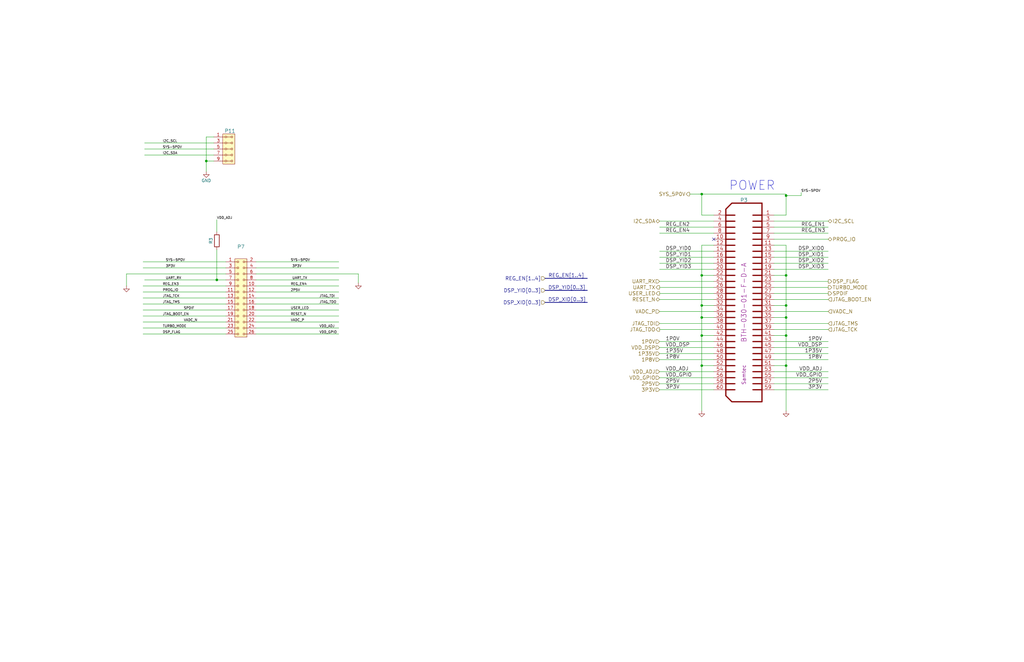
<source format=kicad_sch>
(kicad_sch (version 20211123) (generator eeschema)
  (paper "B")
  (title_block (title "MPPB01B") (date "2022-03-24") (company "MLAB.cz") (comment 1 "VERSION 1") (comment 2 "Paralella MLAB interface board") (comment 3 "Maksim Rezenov, Jakub Kakona"))
  (lib_symbols
    (symbol "MLAB_CONNECTORS:CONN_SAMTEC_BTH_030" (pin_names (offset 0.0254) hide)
      (property "Reference" "P3" (at 0 43.18 0))
      (property "Value" "CONN_SAMTEC_BTH_030" (at -2.54 0 90))
      (property "MFRPN" "BTH-030-01-F-D-A" (at 0 0 90))
      (property "Manufacturer" "Samtec" (at 0 -30.48 90))
      (symbol "CONN_SAMTEC_BTH_030_0_1"
        (polyline (pts (xy -3.81 -36.83) (xy -7.62 -36.83)) (stroke (width 0.508)))
        (polyline (pts (xy -3.81 -34.29) (xy -7.62 -34.29)) (stroke (width 0.508)))
        (polyline (pts (xy -3.81 -31.75) (xy -7.62 -31.75)) (stroke (width 0.508)))
        (polyline (pts (xy -3.81 -29.21) (xy -7.62 -29.21)) (stroke (width 0.508)))
        (polyline (pts (xy -3.81 -26.67) (xy -7.62 -26.67)) (stroke (width 0.508)))
        (polyline (pts (xy -3.81 -24.13) (xy -7.62 -24.13)) (stroke (width 0.508)))
        (polyline (pts (xy -3.81 -21.59) (xy -7.62 -21.59)) (stroke (width 0.508)))
        (polyline (pts (xy -3.81 -19.05) (xy -7.62 -19.05)) (stroke (width 0.508)))
        (polyline (pts (xy -3.81 -16.51) (xy -7.62 -16.51)) (stroke (width 0.508)))
        (polyline (pts (xy -3.81 -13.97) (xy -7.62 -13.97)) (stroke (width 0.508)))
        (polyline (pts (xy -3.81 -11.43) (xy -7.62 -11.43)) (stroke (width 0.508)))
        (polyline (pts (xy -3.81 -8.89) (xy -7.62 -8.89)) (stroke (width 0.508)))
        (polyline (pts (xy -3.81 -6.35) (xy -7.62 -6.35)) (stroke (width 0.508)))
        (polyline (pts (xy -3.81 -3.81) (xy -7.62 -3.81)) (stroke (width 0.508)))
        (polyline (pts (xy -3.81 -1.27) (xy -7.62 -1.27)) (stroke (width 0.508)))
        (polyline (pts (xy -3.81 1.27) (xy -7.62 1.27)) (stroke (width 0.508)))
        (polyline (pts (xy -3.81 3.81) (xy -7.62 3.81)) (stroke (width 0.508)))
        (polyline (pts (xy -3.81 6.35) (xy -7.62 6.35)) (stroke (width 0.508)))
        (polyline (pts (xy -3.81 8.89) (xy -7.62 8.89)) (stroke (width 0.508)))
        (polyline (pts (xy -3.81 11.43) (xy -7.62 11.43)) (stroke (width 0.508)))
        (polyline (pts (xy -3.81 13.97) (xy -7.62 13.97)) (stroke (width 0.508)))
        (polyline (pts (xy -3.81 16.51) (xy -7.62 16.51)) (stroke (width 0.508)))
        (polyline (pts (xy -3.81 19.05) (xy -7.62 19.05)) (stroke (width 0.508)))
        (polyline (pts (xy -3.81 21.59) (xy -7.62 21.59)) (stroke (width 0.508)))
        (polyline (pts (xy -3.81 24.13) (xy -7.62 24.13)) (stroke (width 0.508)))
        (polyline (pts (xy -3.81 26.67) (xy -7.62 26.67)) (stroke (width 0.508)))
        (polyline (pts (xy -3.81 29.21) (xy -7.62 29.21)) (stroke (width 0.508)))
        (polyline (pts (xy -3.81 31.75) (xy -7.62 31.75)) (stroke (width 0.508)))
        (polyline (pts (xy -3.81 34.29) (xy -7.62 34.29)) (stroke (width 0.508)))
        (polyline (pts (xy -3.81 36.83) (xy -7.62 36.83)) (stroke (width 0.508)))
        (polyline (pts (xy 7.62 -36.83) (xy 3.81 -36.83)) (stroke (width 0.508)))
        (polyline (pts (xy 7.62 -34.29) (xy 3.81 -34.29)) (stroke (width 0.508)))
        (polyline (pts (xy 7.62 -31.75) (xy 3.81 -31.75)) (stroke (width 0.508)))
        (polyline (pts (xy 7.62 -29.21) (xy 3.81 -29.21)) (stroke (width 0.508)))
        (polyline (pts (xy 7.62 -26.67) (xy 3.81 -26.67)) (stroke (width 0.508)))
        (polyline (pts (xy 7.62 -24.13) (xy 3.81 -24.13)) (stroke (width 0.508)))
        (polyline (pts (xy 7.62 -21.59) (xy 3.81 -21.59)) (stroke (width 0.508)))
        (polyline (pts (xy 7.62 -19.05) (xy 3.81 -19.05)) (stroke (width 0.508)))
        (polyline (pts (xy 7.62 -16.51) (xy 3.81 -16.51)) (stroke (width 0.508)))
        (polyline (pts (xy 7.62 -13.97) (xy 3.81 -13.97)) (stroke (width 0.508)))
        (polyline (pts (xy 7.62 -11.43) (xy 3.81 -11.43)) (stroke (width 0.508)))
        (polyline (pts (xy 7.62 -8.89) (xy 3.81 -8.89)) (stroke (width 0.508)))
        (polyline (pts (xy 7.62 -6.35) (xy 3.81 -6.35)) (stroke (width 0.508)))
        (polyline (pts (xy 7.62 -3.81) (xy 3.81 -3.81)) (stroke (width 0.508)))
        (polyline (pts (xy 7.62 -1.27) (xy 3.81 -1.27)) (stroke (width 0.508)))
        (polyline (pts (xy 7.62 1.27) (xy 3.81 1.27)) (stroke (width 0.508)))
        (polyline (pts (xy 7.62 3.81) (xy 3.81 3.81)) (stroke (width 0.508)))
        (polyline (pts (xy 7.62 6.35) (xy 3.81 6.35)) (stroke (width 0.508)))
        (polyline (pts (xy 7.62 8.89) (xy 3.81 8.89)) (stroke (width 0.508)))
        (polyline (pts (xy 7.62 11.43) (xy 3.81 11.43)) (stroke (width 0.508)))
        (polyline (pts (xy 7.62 13.97) (xy 3.81 13.97)) (stroke (width 0.508)))
        (polyline (pts (xy 7.62 16.51) (xy 3.81 16.51)) (stroke (width 0.508)))
        (polyline (pts (xy 7.62 19.05) (xy 3.81 19.05)) (stroke (width 0.508)))
        (polyline (pts (xy 7.62 21.59) (xy 3.81 21.59)) (stroke (width 0.508)))
        (polyline (pts (xy 7.62 24.13) (xy 3.81 24.13)) (stroke (width 0.508)))
        (polyline (pts (xy 7.62 26.67) (xy 3.81 26.67)) (stroke (width 0.508)))
        (polyline (pts (xy 7.62 29.21) (xy 3.81 29.21)) (stroke (width 0.508)))
        (polyline (pts (xy 7.62 31.75) (xy 3.81 31.75)) (stroke (width 0.508)))
        (polyline (pts (xy 7.62 34.29) (xy 3.81 34.29)) (stroke (width 0.508)))
        (polyline (pts (xy 7.62 36.83) (xy 3.81 36.83)) (stroke (width 0.508)))
        (polyline (pts (xy 7.62 41.91) (xy -5.08 41.91) (xy -7.62 39.37) (xy -7.62 -39.37) (xy -5.08 -41.91) (xy 7.62 -41.91) (xy 7.62 41.91)) (stroke (width 0.508)))
      )
      (symbol "CONN_SAMTEC_BTH_030_1_1"
        (pin passive line (at 12.7 36.83 180) (length 5.08) (name "P1") (number "1"))
        (pin passive line (at -12.7 26.67 0) (length 5.08) (name "P10") (number "10"))
        (pin passive line (at 12.7 24.13 180) (length 5.08) (name "P11") (number "11"))
        (pin passive line (at -12.7 24.13 0) (length 5.08) (name "P12") (number "12"))
        (pin passive line (at 12.7 21.59 180) (length 5.08) (name "P13") (number "13"))
        (pin passive line (at -12.7 21.59 0) (length 5.08) (name "P14") (number "14"))
        (pin passive line (at 12.7 19.05 180) (length 5.08) (name "P15") (number "15"))
        (pin passive line (at -12.7 19.05 0) (length 5.08) (name "P16") (number "16"))
        (pin passive line (at 12.7 16.51 180) (length 5.08) (name "P17") (number "17"))
        (pin passive line (at -12.7 16.51 0) (length 5.08) (name "P18") (number "18"))
        (pin passive line (at 12.7 13.97 180) (length 5.08) (name "P19") (number "19"))
        (pin passive line (at -12.7 36.83 0) (length 5.08) (name "P2") (number "2"))
        (pin passive line (at -12.7 13.97 0) (length 5.08) (name "P20") (number "20"))
        (pin passive line (at 12.7 11.43 180) (length 5.08) (name "P21") (number "21"))
        (pin passive line (at -12.7 11.43 0) (length 5.08) (name "P22") (number "22"))
        (pin passive line (at 12.7 8.89 180) (length 5.08) (name "P23") (number "23"))
        (pin passive line (at -12.7 8.89 0) (length 5.08) (name "P24") (number "24"))
        (pin passive line (at 12.7 6.35 180) (length 5.08) (name "P25") (number "25"))
        (pin passive line (at -12.7 6.35 0) (length 5.08) (name "P26") (number "26"))
        (pin passive line (at 12.7 3.81 180) (length 5.08) (name "P27") (number "27"))
        (pin passive line (at -12.7 3.81 0) (length 5.08) (name "P28") (number "28"))
        (pin passive line (at 12.7 1.27 180) (length 5.08) (name "P29") (number "29"))
        (pin passive line (at 12.7 34.29 180) (length 5.08) (name "P3") (number "3"))
        (pin passive line (at -12.7 1.27 0) (length 5.08) (name "P30") (number "30"))
        (pin passive line (at 12.7 -1.27 180) (length 5.08) (name "P31") (number "31"))
        (pin passive line (at -12.7 -1.27 0) (length 5.08) (name "P32") (number "32"))
        (pin passive line (at 12.7 -3.81 180) (length 5.08) (name "P33") (number "33"))
        (pin passive line (at -12.7 -3.81 0) (length 5.08) (name "P34") (number "34"))
        (pin passive line (at 12.7 -6.35 180) (length 5.08) (name "P35") (number "35"))
        (pin passive line (at -12.7 -6.35 0) (length 5.08) (name "P36") (number "36"))
        (pin passive line (at 12.7 -8.89 180) (length 5.08) (name "P37") (number "37"))
        (pin passive line (at -12.7 -8.89 0) (length 5.08) (name "P38") (number "38"))
        (pin passive line (at 12.7 -11.43 180) (length 5.08) (name "P39") (number "39"))
        (pin passive line (at -12.7 34.29 0) (length 5.08) (name "P4") (number "4"))
        (pin passive line (at -12.7 -11.43 0) (length 5.08) (name "P40") (number "40"))
        (pin passive line (at 12.7 -13.97 180) (length 5.08) (name "P41") (number "41"))
        (pin passive line (at -12.7 -13.97 0) (length 5.08) (name "P42") (number "42"))
        (pin passive line (at 12.7 -16.51 180) (length 5.08) (name "P43") (number "43"))
        (pin passive line (at -12.7 -16.51 0) (length 5.08) (name "P44") (number "44"))
        (pin passive line (at 12.7 -19.05 180) (length 5.08) (name "P45") (number "45"))
        (pin passive line (at -12.7 -19.05 0) (length 5.08) (name "P46") (number "46"))
        (pin passive line (at 12.7 -21.59 180) (length 5.08) (name "P47") (number "47"))
        (pin passive line (at -12.7 -21.59 0) (length 5.08) (name "P48") (number "48"))
        (pin passive line (at 12.7 -24.13 180) (length 5.08) (name "P49") (number "49"))
        (pin passive line (at 12.7 31.75 180) (length 5.08) (name "P5") (number "5"))
        (pin passive line (at -12.7 -24.13 0) (length 5.08) (name "P50") (number "50"))
        (pin passive line (at 12.7 -26.67 180) (length 5.08) (name "P51") (number "51"))
        (pin passive line (at -12.7 -26.67 0) (length 5.08) (name "P52") (number "52"))
        (pin passive line (at 12.7 -29.21 180) (length 5.08) (name "P53") (number "53"))
        (pin passive line (at -12.7 -29.21 0) (length 5.08) (name "P54") (number "54"))
        (pin passive line (at 12.7 -31.75 180) (length 5.08) (name "P55") (number "55"))
        (pin passive line (at -12.7 -31.75 0) (length 5.08) (name "P56") (number "56"))
        (pin passive line (at 12.7 -34.29 180) (length 5.08) (name "P57") (number "57"))
        (pin passive line (at -12.7 -34.29 0) (length 5.08) (name "P58") (number "58"))
        (pin passive line (at 12.7 -36.83 180) (length 5.08) (name "P59") (number "59"))
        (pin passive line (at -12.7 31.75 0) (length 5.08) (name "P6") (number "6"))
        (pin passive line (at -12.7 -36.83 0) (length 5.08) (name "P60") (number "60"))
        (pin passive line (at 12.7 29.21 180) (length 5.08) (name "P7") (number "7"))
        (pin passive line (at -12.7 29.21 0) (length 5.08) (name "P8") (number "8"))
        (pin passive line (at 12.7 26.67 180) (length 5.08) (name "P9") (number "9"))
      )
    )
    (symbol "MLAB_HEADER:HEADER_2x05_PARALLEL" (pin_names (offset 1.016))
      (property "Reference" "J" (at 0 -7.62 0))
      (property "Value" "HEADER_2x05_PARALLEL" (at 0 7.62 0))
      (symbol "HEADER_2x05_PARALLEL_0_1"
        (rectangle (start -2.54 6.35) (end 2.54 -6.35) (fill (type background)))
        (circle (center -1.27 -5.08) (radius 0.381))
        (circle (center -1.27 -2.54) (radius 0.381))
        (circle (center -1.27 0) (radius 0.381))
        (circle (center -1.27 2.54) (radius 0.381))
        (circle (center -1.27 5.08) (radius 0.381))
        (polyline (pts (xy -1.651 -5.08) (xy -2.54 -5.08)))
        (polyline (pts (xy -1.651 -2.54) (xy -2.54 -2.54)))
        (polyline (pts (xy -1.651 0) (xy -2.54 0)))
        (polyline (pts (xy -1.651 2.54) (xy -2.54 2.54)))
        (polyline (pts (xy -1.651 5.08) (xy -2.54 5.08)))
        (polyline (pts (xy -0.889 -5.08) (xy 0.889 -5.08)))
        (polyline (pts (xy -0.889 -2.54) (xy 0.889 -2.54)))
        (polyline (pts (xy -0.889 0) (xy 0.889 0)))
        (polyline (pts (xy -0.889 2.54) (xy 0.889 2.54)))
        (polyline (pts (xy -0.889 5.08) (xy 0.889 5.08)))
        (circle (center 1.27 -5.08) (radius 0.381))
        (circle (center 1.27 -2.54) (radius 0.381))
        (circle (center 1.27 0) (radius 0.381))
        (circle (center 1.27 2.54) (radius 0.381))
        (circle (center 1.27 5.08) (radius 0.381))
      )
      (symbol "HEADER_2x05_PARALLEL_1_1"
        (pin input line (at -6.35 5.08 0) (length 3.81) (name "~") (number "1"))
        (pin input line (at -6.35 -5.08 0) (length 3.81) hide (name "~") (number "10"))
        (pin input line (at -6.35 5.08 0) (length 3.81) hide (name "~") (number "2"))
        (pin input line (at -6.35 2.54 0) (length 3.81) (name "~") (number "3"))
        (pin input line (at -6.35 2.54 0) (length 3.81) hide (name "~") (number "4"))
        (pin input line (at -6.35 0 0) (length 3.81) (name "~") (number "5"))
        (pin input line (at -6.35 0 0) (length 3.81) hide (name "~") (number "6"))
        (pin input line (at -6.35 -2.54 0) (length 3.81) (name "~") (number "7"))
        (pin input line (at -6.35 -2.54 0) (length 3.81) hide (name "~") (number "8"))
        (pin input line (at -6.35 -5.08 0) (length 3.81) (name "~") (number "9"))
      )
    )
    (symbol "MLAB_HEADER:HEADER_2x13" (pin_names (offset 1.016))
      (property "Reference" "J" (at 0 -17.78 0))
      (property "Value" "HEADER_2x13" (at 0 17.78 0))
      (symbol "HEADER_2x13_0_1"
        (rectangle (start -2.54 16.51) (end 2.54 -16.51) (fill (type background)))
        (circle (center -1.27 -15.24) (radius 0.381))
        (circle (center -1.27 -12.7) (radius 0.381))
        (circle (center -1.27 -10.16) (radius 0.381))
        (circle (center -1.27 -7.62) (radius 0.381))
        (circle (center -1.27 -5.08) (radius 0.381))
        (circle (center -1.27 -2.54) (radius 0.381))
        (circle (center -1.27 0) (radius 0.381))
        (circle (center -1.27 2.54) (radius 0.381))
        (circle (center -1.27 5.08) (radius 0.381))
        (circle (center -1.27 7.62) (radius 0.381))
        (circle (center -1.27 10.16) (radius 0.381))
        (circle (center -1.27 12.7) (radius 0.381))
        (circle (center -1.27 15.24) (radius 0.381))
        (polyline (pts (xy -1.651 -15.24) (xy -2.54 -15.24)))
        (polyline (pts (xy -1.651 -12.7) (xy -2.54 -12.7)))
        (polyline (pts (xy -1.651 -10.16) (xy -2.54 -10.16)))
        (polyline (pts (xy -1.651 -7.62) (xy -2.54 -7.62)))
        (polyline (pts (xy -1.651 -5.08) (xy -2.54 -5.08)))
        (polyline (pts (xy -1.651 -2.54) (xy -2.54 -2.54)))
        (polyline (pts (xy -1.651 0) (xy -2.54 0)))
        (polyline (pts (xy -1.651 2.54) (xy -2.54 2.54)))
        (polyline (pts (xy -1.651 5.08) (xy -2.54 5.08)))
        (polyline (pts (xy -1.651 7.62) (xy -2.54 7.62)))
        (polyline (pts (xy -1.651 10.16) (xy -2.54 10.16)))
        (polyline (pts (xy -1.651 12.7) (xy -2.54 12.7)))
        (polyline (pts (xy -1.651 15.24) (xy -2.54 15.24)))
        (polyline (pts (xy 1.651 -15.24) (xy 2.54 -15.24)))
        (polyline (pts (xy 1.651 -12.7) (xy 2.54 -12.7)))
        (polyline (pts (xy 1.651 -10.16) (xy 2.54 -10.16)))
        (polyline (pts (xy 1.651 -7.62) (xy 2.54 -7.62)))
        (polyline (pts (xy 1.651 -5.08) (xy 2.54 -5.08)))
        (polyline (pts (xy 1.651 -2.54) (xy 2.54 -2.54)))
        (polyline (pts (xy 1.651 0) (xy 2.54 0)))
        (polyline (pts (xy 1.651 2.54) (xy 2.54 2.54)))
        (polyline (pts (xy 1.651 5.08) (xy 2.54 5.08)))
        (polyline (pts (xy 1.651 7.62) (xy 2.54 7.62)))
        (polyline (pts (xy 1.651 10.16) (xy 2.54 10.16)))
        (polyline (pts (xy 1.651 12.7) (xy 2.54 12.7)))
        (polyline (pts (xy 1.651 15.24) (xy 2.54 15.24)))
        (circle (center 1.27 -15.24) (radius 0.381))
        (circle (center 1.27 -12.7) (radius 0.381))
        (circle (center 1.27 -10.16) (radius 0.381))
        (circle (center 1.27 -7.62) (radius 0.381))
        (circle (center 1.27 -5.08) (radius 0.381))
        (circle (center 1.27 -2.54) (radius 0.381))
        (circle (center 1.27 0) (radius 0.381))
        (circle (center 1.27 2.54) (radius 0.381))
        (circle (center 1.27 5.08) (radius 0.381))
        (circle (center 1.27 7.62) (radius 0.381))
        (circle (center 1.27 10.16) (radius 0.381))
        (circle (center 1.27 12.7) (radius 0.381))
        (circle (center 1.27 15.24) (radius 0.381))
      )
      (symbol "HEADER_2x13_1_1"
        (pin input line (at -6.35 15.24 0) (length 3.81) (name "~") (number "1"))
        (pin input line (at 6.35 5.08 180) (length 3.81) (name "~") (number "10"))
        (pin input line (at -6.35 2.54 0) (length 3.81) (name "~") (number "11"))
        (pin input line (at 6.35 2.54 180) (length 3.81) (name "~") (number "12"))
        (pin input line (at -6.35 0 0) (length 3.81) (name "~") (number "13"))
        (pin input line (at 6.35 0 180) (length 3.81) (name "~") (number "14"))
        (pin input line (at -6.35 -2.54 0) (length 3.81) (name "~") (number "15"))
        (pin input line (at 6.35 -2.54 180) (length 3.81) (name "~") (number "16"))
        (pin input line (at -6.35 -5.08 0) (length 3.81) (name "~") (number "17"))
        (pin input line (at 6.35 -5.08 180) (length 3.81) (name "~") (number "18"))
        (pin input line (at -6.35 -7.62 0) (length 3.81) (name "~") (number "19"))
        (pin input line (at 6.35 15.24 180) (length 3.81) (name "~") (number "2"))
        (pin input line (at 6.35 -7.62 180) (length 3.81) (name "~") (number "20"))
        (pin input line (at -6.35 -10.16 0) (length 3.81) (name "~") (number "21"))
        (pin input line (at 6.35 -10.16 180) (length 3.81) (name "~") (number "22"))
        (pin input line (at -6.35 -12.7 0) (length 3.81) (name "~") (number "23"))
        (pin input line (at 6.35 -12.7 180) (length 3.81) (name "~") (number "24"))
        (pin input line (at -6.35 -15.24 0) (length 3.81) (name "~") (number "25"))
        (pin input line (at 6.35 -15.24 180) (length 3.81) (name "~") (number "26"))
        (pin input line (at -6.35 12.7 0) (length 3.81) (name "~") (number "3"))
        (pin input line (at 6.35 12.7 180) (length 3.81) (name "~") (number "4"))
        (pin input line (at -6.35 10.16 0) (length 3.81) (name "~") (number "5"))
        (pin input line (at 6.35 10.16 180) (length 3.81) (name "~") (number "6"))
        (pin input line (at -6.35 7.62 0) (length 3.81) (name "~") (number "7"))
        (pin input line (at 6.35 7.62 180) (length 3.81) (name "~") (number "8"))
        (pin input line (at -6.35 5.08 0) (length 3.81) (name "~") (number "9"))
      )
    )
    (symbol "paracard-template-rescue:GND-power" (power) (pin_names (offset 0))
      (property "Value" "GND-power" (at 0 -3.81 0))
      (symbol "GND-power_0_1"
        (polyline (pts (xy 0 0) (xy 0 -1.27) (xy 1.27 -1.27) (xy 0 -2.54) (xy -1.27 -1.27) (xy 0 -1.27)))
      )
      (symbol "GND-power_1_1"
        (pin power_in line (at 0 0 270) (length 0) hide (name "GND") (number "1"))
      )
    )
    (symbol "paracard-template-rescue:R-device" (pin_numbers hide) (pin_names (offset 0))
      (property "Reference" "R" (at 2.032 0 90))
      (property "Value" "R-device" (at 0 0 90))
      (symbol "R-device_0_1"
        (rectangle (start -1.016 -2.54) (end 1.016 2.54) (stroke (width 0.254)))
      )
      (symbol "R-device_1_1"
        (pin passive line (at 0 3.81 270) (length 1.27) (name "~") (number "1"))
        (pin passive line (at 0 -3.81 90) (length 1.27) (name "~") (number "2"))
      )
    )
  )
  (junction (at 295.91 116.205))
  (junction (at 331.47 128.905))
  (junction (at 295.91 128.905))
  (junction (at 86.995 67.945))
  (junction (at 295.91 141.605))
  (junction (at 295.91 133.985))
  (junction (at 331.47 133.985))
  (junction (at 295.91 154.305))
  (junction (at 331.47 154.305))
  (junction (at 91.44 118.11))
  (junction (at 331.47 141.605))
  (junction (at 295.91 81.915))
  (junction (at 331.47 82.55))
  (junction (at 331.47 116.205))
  (no_connect (at 300.99 100.965))
  (wire (pts (xy 326.39 123.825) (xy 349.25 123.825)))
  (wire (pts (xy 300.99 126.365) (xy 278.13 126.365)))
  (wire (pts (xy 295.91 133.985) (xy 295.91 141.605)))
  (wire (pts (xy 300.99 95.885) (xy 278.13 95.885)))
  (wire (pts (xy 95.25 128.27) (xy 60.325 128.27)))
  (wire (pts (xy 300.99 141.605) (xy 295.91 141.605)))
  (wire (pts (xy 331.47 116.205) (xy 331.47 128.905)))
  (wire (pts (xy 326.39 108.585) (xy 349.25 108.585)))
  (wire (pts (xy 326.39 116.205) (xy 331.47 116.205)))
  (wire (pts (xy 300.99 161.925) (xy 278.13 161.925)))
  (wire (pts (xy 107.95 115.57) (xy 151.13 115.57)))
  (wire (pts (xy 326.39 90.805) (xy 331.47 90.805)))
  (wire (pts (xy 300.99 164.465) (xy 278.13 164.465)))
  (wire (pts (xy 107.95 123.19) (xy 142.875 123.19)))
  (wire (pts (xy 326.39 131.445) (xy 349.25 131.445)))
  (wire (pts (xy 300.99 111.125) (xy 278.13 111.125)))
  (wire (pts (xy 90.17 60.325) (xy 60.96 60.325)))
  (wire (pts (xy 151.13 119.38) (xy 151.13 115.57)))
  (wire (pts (xy 337.82 82.55) (xy 337.82 81.28)))
  (wire (pts (xy 326.39 136.525) (xy 349.25 136.525)))
  (wire (pts (xy 86.995 67.945) (xy 86.995 72.39)))
  (wire (pts (xy 300.99 149.225) (xy 278.13 149.225)))
  (wire (pts (xy 295.91 81.915) (xy 290.83 81.915)))
  (wire (pts (xy 107.95 113.03) (xy 142.875 113.03)))
  (wire (pts (xy 95.25 120.65) (xy 60.325 120.65)))
  (wire (pts (xy 300.99 123.825) (xy 278.13 123.825)))
  (wire (pts (xy 107.95 135.89) (xy 142.875 135.89)))
  (wire (pts (xy 326.39 93.345) (xy 349.25 93.345)))
  (wire (pts (xy 331.47 154.305) (xy 331.47 173.355)))
  (wire (pts (xy 326.39 95.885) (xy 349.25 95.885)))
  (wire (pts (xy 300.99 128.905) (xy 295.91 128.905)))
  (wire (pts (xy 300.99 113.665) (xy 278.13 113.665)))
  (wire (pts (xy 300.99 90.805) (xy 295.91 90.805)))
  (wire (pts (xy 300.99 156.845) (xy 278.13 156.845)))
  (wire (pts (xy 300.99 139.065) (xy 278.13 139.065)))
  (wire (pts (xy 95.25 133.35) (xy 60.325 133.35)))
  (wire (pts (xy 300.99 154.305) (xy 295.91 154.305)))
  (wire (pts (xy 86.995 67.945) (xy 90.17 67.945)))
  (wire (pts (xy 107.95 140.97) (xy 142.875 140.97)))
  (wire (pts (xy 331.47 82.55) (xy 337.82 82.55)))
  (wire (pts (xy 91.44 118.11) (xy 95.25 118.11)))
  (wire (pts (xy 95.25 138.43) (xy 60.325 138.43)))
  (wire (pts (xy 53.34 115.57) (xy 53.34 120.65)))
  (wire (pts (xy 295.91 90.805) (xy 295.91 81.915)))
  (wire (pts (xy 107.95 120.65) (xy 142.875 120.65)))
  (wire (pts (xy 107.95 118.11) (xy 142.875 118.11)))
  (wire (pts (xy 326.39 161.925) (xy 349.25 161.925)))
  (wire (pts (xy 300.99 106.045) (xy 278.13 106.045)))
  (bus (pts (xy 229.87 127.635) (xy 247.65 127.635)))
  (wire (pts (xy 107.95 130.81) (xy 142.875 130.81)))
  (wire (pts (xy 60.96 118.11) (xy 91.44 118.11)))
  (wire (pts (xy 326.39 149.225) (xy 349.25 149.225)))
  (wire (pts (xy 326.39 139.065) (xy 349.25 139.065)))
  (wire (pts (xy 300.99 131.445) (xy 278.13 131.445)))
  (wire (pts (xy 95.25 125.73) (xy 60.325 125.73)))
  (wire (pts (xy 91.44 105.41) (xy 91.44 118.11)))
  (wire (pts (xy 95.25 110.49) (xy 60.325 110.49)))
  (wire (pts (xy 331.47 141.605) (xy 331.47 154.305)))
  (wire (pts (xy 326.39 159.385) (xy 349.25 159.385)))
  (wire (pts (xy 107.95 128.27) (xy 142.875 128.27)))
  (wire (pts (xy 326.39 146.685) (xy 349.25 146.685)))
  (wire (pts (xy 300.99 151.765) (xy 278.13 151.765)))
  (wire (pts (xy 331.47 128.905) (xy 331.47 133.985)))
  (wire (pts (xy 278.13 159.385) (xy 300.99 159.385)))
  (wire (pts (xy 326.39 118.745) (xy 349.25 118.745)))
  (wire (pts (xy 295.91 141.605) (xy 295.91 154.305)))
  (wire (pts (xy 326.39 111.125) (xy 349.25 111.125)))
  (wire (pts (xy 60.325 140.97) (xy 95.25 140.97)))
  (wire (pts (xy 95.25 130.81) (xy 60.325 130.81)))
  (wire (pts (xy 295.91 154.305) (xy 295.91 173.355)))
  (wire (pts (xy 107.95 125.73) (xy 142.875 125.73)))
  (wire (pts (xy 107.95 110.49) (xy 142.875 110.49)))
  (wire (pts (xy 331.47 90.805) (xy 331.47 82.55)))
  (wire (pts (xy 331.47 103.505) (xy 326.39 103.505)))
  (wire (pts (xy 300.99 146.685) (xy 278.13 146.685)))
  (wire (pts (xy 326.39 133.985) (xy 331.47 133.985)))
  (wire (pts (xy 295.91 116.205) (xy 295.91 128.905)))
  (wire (pts (xy 326.39 98.425) (xy 349.25 98.425)))
  (wire (pts (xy 326.39 121.285) (xy 349.25 121.285)))
  (wire (pts (xy 300.99 121.285) (xy 278.13 121.285)))
  (wire (pts (xy 326.39 141.605) (xy 331.47 141.605)))
  (wire (pts (xy 300.99 108.585) (xy 278.13 108.585)))
  (wire (pts (xy 331.47 103.505) (xy 331.47 116.205)))
  (wire (pts (xy 326.39 164.465) (xy 349.25 164.465)))
  (wire (pts (xy 326.39 100.965) (xy 349.25 100.965)))
  (wire (pts (xy 326.39 113.665) (xy 349.25 113.665)))
  (wire (pts (xy 107.95 138.43) (xy 142.875 138.43)))
  (wire (pts (xy 300.99 116.205) (xy 295.91 116.205)))
  (wire (pts (xy 53.34 115.57) (xy 95.25 115.57)))
  (wire (pts (xy 300.99 118.745) (xy 278.13 118.745)))
  (wire (pts (xy 60.325 113.03) (xy 95.25 113.03)))
  (wire (pts (xy 91.44 92.71) (xy 91.44 97.79)))
  (wire (pts (xy 300.99 93.345) (xy 278.13 93.345)))
  (wire (pts (xy 326.39 106.045) (xy 349.25 106.045)))
  (wire (pts (xy 331.47 82.55) (xy 331.47 81.915)))
  (wire (pts (xy 326.39 151.765) (xy 349.25 151.765)))
  (wire (pts (xy 90.17 57.785) (xy 86.995 57.785)))
  (wire (pts (xy 326.39 144.145) (xy 349.25 144.145)))
  (wire (pts (xy 326.39 154.305) (xy 331.47 154.305)))
  (wire (pts (xy 90.17 65.405) (xy 60.96 65.405)))
  (wire (pts (xy 90.17 62.865) (xy 60.96 62.865)))
  (wire (pts (xy 300.99 144.145) (xy 278.13 144.145)))
  (wire (pts (xy 295.91 103.505) (xy 295.91 116.205)))
  (wire (pts (xy 326.39 128.905) (xy 331.47 128.905)))
  (wire (pts (xy 300.99 98.425) (xy 278.13 98.425)))
  (wire (pts (xy 331.47 81.915) (xy 295.91 81.915)))
  (wire (pts (xy 331.47 133.985) (xy 331.47 141.605)))
  (wire (pts (xy 95.25 123.19) (xy 60.325 123.19)))
  (wire (pts (xy 107.95 133.35) (xy 142.875 133.35)))
  (wire (pts (xy 95.25 135.89) (xy 60.325 135.89)))
  (wire (pts (xy 326.39 156.845) (xy 349.25 156.845)))
  (wire (pts (xy 300.99 136.525) (xy 278.13 136.525)))
  (bus (pts (xy 247.65 117.475) (xy 229.87 117.475)))
  (wire (pts (xy 86.995 57.785) (xy 86.995 67.945)))
  (wire (pts (xy 295.91 103.505) (xy 300.99 103.505)))
  (wire (pts (xy 295.91 128.905) (xy 295.91 133.985)))
  (wire (pts (xy 326.39 126.365) (xy 349.25 126.365)))
  (bus (pts (xy 229.87 122.555) (xy 247.65 122.555)))
  (wire (pts (xy 300.99 133.985) (xy 295.91 133.985)))
  (text "POWER" (at 307.34 80.645 0) (effects (font (size 3.81 3.81)) (justify left bottom)))
  (label "JTAG_TMS" (at 68.58 128.27 0) (effects (font (size 1.016 1.016))))
  (label "1P8V" (at 280.67 151.765 0) (effects (font (size 1.524 1.524))))
  (label "I2C_SCL" (at 68.58 60.325 0) (effects (font (size 1.016 1.016))))
  (label "SYS-5POV" (at 122.555 110.49 0) (effects (font (size 1.016 1.016))))
  (label "REG_EN4" (at 280.67 98.425 0) (effects (font (size 1.524 1.524))))
  (label "DSP_XID[0..3]" (at 231.14 127.635 0) (effects (font (size 1.524 1.524))))
  (label "SYS-5POV" (at 68.58 62.865 0) (effects (font (size 1.016 1.016))))
  (label "JTAG_BOOT_EN" (at 68.58 133.35 0) (effects (font (size 1.016 1.016))))
  (label "TURBO_MODE" (at 68.58 138.43 0) (effects (font (size 1.016 1.016))))
  (label "VDD_DSP" (at 280.67 146.685 0) (effects (font (size 1.524 1.524))))
  (label "DSP_FLAG" (at 68.58 140.97 0) (effects (font (size 1.016 1.016))))
  (label "JTAG_TDO" (at 134.62 128.27 0) (effects (font (size 1.016 1.016))))
  (label "I2C_SDA" (at 68.58 65.405 0) (effects (font (size 1.016 1.016))))
  (label "JTAG_TDI" (at 134.62 125.73 0) (effects (font (size 1.016 1.016))))
  (label "UART_TX" (at 123.19 118.11 0) (effects (font (size 1.016 1.016))))
  (label "DSP_YID2" (at 280.67 111.125 0) (effects (font (size 1.524 1.524))))
  (label "DSP_XID0" (at 336.55 106.045 0) (effects (font (size 1.524 1.524))))
  (label "VDD_DSP" (at 346.71 146.685 180) (effects (font (size 1.524 1.524))))
  (label "2P5V" (at 122.555 123.19 0) (effects (font (size 1.016 1.016))))
  (label "USER_LED" (at 122.555 130.81 0) (effects (font (size 1.016 1.016))))
  (label "VADC_N" (at 77.47 135.89 0) (effects (font (size 1.016 1.016))))
  (label "VADC_P" (at 122.555 135.89 0) (effects (font (size 1.016 1.016))))
  (label "REG_EN[1..4]" (at 246.38 117.475 180) (effects (font (size 1.524 1.524))))
  (label "3P3V" (at 69.85 113.03 0) (effects (font (size 1.016 1.016))))
  (label "3P3V" (at 346.71 164.465 180) (effects (font (size 1.524 1.524))))
  (label "UART_RX" (at 69.85 118.11 0) (effects (font (size 1.016 1.016))))
  (label "2P5V" (at 280.67 161.925 0) (effects (font (size 1.524 1.524))))
  (label "VDD_ADJ" (at 91.44 92.71 0) (effects (font (size 1.016 1.016))))
  (label "JTAG_TCK" (at 68.58 125.73 0) (effects (font (size 1.016 1.016))))
  (label "REG_EN3" (at 337.82 98.425 0) (effects (font (size 1.524 1.524))))
  (label "SYS-5POV" (at 337.82 81.28 0) (effects (font (size 1.016 1.016))))
  (label "REG_EN2" (at 280.67 95.885 0) (effects (font (size 1.524 1.524))))
  (label "VDD_ADJ" (at 134.62 138.43 0) (effects (font (size 1.016 1.016))))
  (label "1P0V" (at 280.67 144.145 0) (effects (font (size 1.524 1.524))))
  (label "1P8V" (at 346.71 151.765 180) (effects (font (size 1.524 1.524))))
  (label "3P3V" (at 123.19 113.03 0) (effects (font (size 1.016 1.016))))
  (label "VDD_ADJ" (at 346.71 156.845 180) (effects (font (size 1.524 1.524))))
  (label "REG_EN4" (at 122.555 120.65 0) (effects (font (size 1.016 1.016))))
  (label "RESET_N" (at 122.555 133.35 0) (effects (font (size 1.016 1.016))))
  (label "DSP_YID1" (at 280.67 108.585 0) (effects (font (size 1.524 1.524))))
  (label "DSP_XID3" (at 336.55 113.665 0) (effects (font (size 1.524 1.524))))
  (label "REG_EN1" (at 337.82 95.885 0) (effects (font (size 1.524 1.524))))
  (label "VDD_ADJ" (at 280.67 156.845 0) (effects (font (size 1.524 1.524))))
  (label "1P35V" (at 280.67 149.225 0) (effects (font (size 1.524 1.524))))
  (label "1P35V" (at 346.71 149.225 180) (effects (font (size 1.524 1.524))))
  (label "SPDIF" (at 77.47 130.81 0) (effects (font (size 1.016 1.016))))
  (label "PROG_IO" (at 68.58 123.19 0) (effects (font (size 1.016 1.016))))
  (label "DSP_XID2" (at 336.55 111.125 0) (effects (font (size 1.524 1.524))))
  (label "VDD_GPIO" (at 346.71 159.385 180) (effects (font (size 1.524 1.524))))
  (label "DSP_XID1" (at 336.55 108.585 0) (effects (font (size 1.524 1.524))))
  (label "REG_EN3" (at 68.58 120.65 0) (effects (font (size 1.016 1.016))))
  (label "DSP_YID[0..3]" (at 231.14 122.555 0) (effects (font (size 1.524 1.524))))
  (label "VDD_GPIO" (at 134.62 140.97 0) (effects (font (size 1.016 1.016))))
  (label "VDD_GPIO" (at 280.67 159.385 0) (effects (font (size 1.524 1.524))))
  (label "DSP_YID0" (at 280.67 106.045 0) (effects (font (size 1.524 1.524))))
  (label "DSP_YID3" (at 280.67 113.665 0) (effects (font (size 1.524 1.524))))
  (label "1P0V" (at 346.71 144.145 180) (effects (font (size 1.524 1.524))))
  (label "SYS-5POV" (at 69.85 110.49 0) (effects (font (size 1.016 1.016))))
  (label "2P5V" (at 346.71 161.925 180) (effects (font (size 1.524 1.524))))
  (label "3P3V" (at 280.67 164.465 0) (effects (font (size 1.524 1.524))))
  (hierarchical_label "VDD_GPIO" (shape input) (at 278.13 159.385 180) (effects (font (size 1.524 1.524))))
  (hierarchical_label "VDD_ADJ" (shape input) (at 278.13 156.845 180) (effects (font (size 1.524 1.524))))
  (hierarchical_label "I2C_SDA" (shape bidirectional) (at 278.13 93.345 180) (effects (font (size 1.524 1.524))))
  (hierarchical_label "DSP_YID[0..3]" (shape input) (at 229.87 122.555 180) (effects (font (size 1.524 1.524))))
  (hierarchical_label "SPDIF" (shape output) (at 349.25 123.825 0) (effects (font (size 1.524 1.524))))
  (hierarchical_label "UART_TX" (shape output) (at 278.13 121.285 180) (effects (font (size 1.524 1.524))))
  (hierarchical_label "1P0V" (shape input) (at 278.13 144.145 180) (effects (font (size 1.524 1.524))))
  (hierarchical_label "RESET_N" (shape bidirectional) (at 278.13 126.365 180) (effects (font (size 1.524 1.524))))
  (hierarchical_label "DSP_FLAG" (shape output) (at 349.25 118.745 0) (effects (font (size 1.524 1.524))))
  (hierarchical_label "1P8V" (shape input) (at 278.13 151.765 180) (effects (font (size 1.524 1.524))))
  (hierarchical_label "VADC_N" (shape input) (at 349.25 131.445 0) (effects (font (size 1.524 1.524))))
  (hierarchical_label "REG_EN[1..4]" (shape input) (at 229.87 117.475 180) (effects (font (size 1.524 1.524))))
  (hierarchical_label "PROG_IO" (shape bidirectional) (at 349.25 100.965 0) (effects (font (size 1.524 1.524))))
  (hierarchical_label "JTAG_TMS" (shape input) (at 349.25 136.525 0) (effects (font (size 1.524 1.524))))
  (hierarchical_label "2P5V" (shape input) (at 278.13 161.925 180) (effects (font (size 1.524 1.524))))
  (hierarchical_label "JTAG_TCK" (shape input) (at 349.25 139.065 0) (effects (font (size 1.524 1.524))))
  (hierarchical_label "TURBO_MODE" (shape output) (at 349.25 121.285 0) (effects (font (size 1.524 1.524))))
  (hierarchical_label "VDD_DSP" (shape input) (at 278.13 146.685 180) (effects (font (size 1.524 1.524))))
  (hierarchical_label "3P3V" (shape input) (at 278.13 164.465 180) (effects (font (size 1.524 1.524))))
  (hierarchical_label "JTAG_TDO" (shape output) (at 278.13 139.065 180) (effects (font (size 1.524 1.524))))
  (hierarchical_label "JTAG_TDI" (shape input) (at 278.13 136.525 180) (effects (font (size 1.524 1.524))))
  (hierarchical_label "UART_RX" (shape input) (at 278.13 118.745 180) (effects (font (size 1.524 1.524))))
  (hierarchical_label "DSP_XID[0..3]" (shape input) (at 229.87 127.635 180) (effects (font (size 1.524 1.524))))
  (hierarchical_label "1P35V" (shape input) (at 278.13 149.225 180) (effects (font (size 1.524 1.524))))
  (hierarchical_label "SYS_5P0V" (shape output) (at 290.83 81.915 180) (effects (font (size 1.524 1.524))))
  (hierarchical_label "VADC_P" (shape input) (at 278.13 131.445 180) (effects (font (size 1.524 1.524))))
  (hierarchical_label "JTAG_BOOT_EN" (shape input) (at 349.25 126.365 0) (effects (font (size 1.524 1.524))))
  (hierarchical_label "I2C_SCL" (shape bidirectional) (at 349.25 93.345 0) (effects (font (size 1.524 1.524))))
  (hierarchical_label "USER_LED" (shape output) (at 278.13 123.825 180) (effects (font (size 1.524 1.524))))
  (symbol (lib_id "paracard-template-rescue:GND-power") (at 295.91 173.355 0) (unit 1)
    (property "Reference" "#PWR034" (effects hide))
    (property "Value" "GND" (effects hide))
  )
  (symbol (lib_id "paracard-template-rescue:GND-power") (at 331.47 173.355 0) (unit 1)
    (property "Reference" "#PWR035" (effects hide))
    (property "Value" "GND" (effects hide))
  )
  (symbol (lib_id "MLAB_CONNECTORS:CONN_SAMTEC_BTH_030") (at 313.69 127.635 0) (unit 1)
    (property "Reference" "P3" (at 313.69 84.455 0) (effects (font (size 1.524 1.524))))
    (property "Datasheet" "https://cz.mouser.com/datasheet/2/527/bth-2498158.pdf" (effects hide))
    (property "MFRPN" "BTH-030-01-F-D-A" (at 313.69 127.635 90) (effects (font (size 2.032 2.032))))
    (property "Manufacturer" "Samtec" (at 313.69 158.115 90) (effects (font (size 1.524 1.524))))
    (property "UST_ID" "628e4f00243ef5997b12f43c" (effects hide))
  )
  (symbol (lib_id "MLAB_HEADER:HEADER_2x13") (at 101.6 125.73 0) (unit 1)
    (property "Reference" "P7" (at 101.6 104.14 0) (effects (font (size 1.524 1.524))))
  )
  (symbol (lib_id "MLAB_HEADER:HEADER_2x05_PARALLEL") (at 96.52 62.865 0) (unit 1)
    (property "Reference" "P11" (at 94.615 55.245 0) (effects (font (size 1.524 1.524)) (justify left)))
  )
  (symbol (lib_id "paracard-template-rescue:GND-power") (at 53.34 120.65 0) (unit 1)
    (property "Reference" "#PWR0102" (effects hide))
    (property "Value" "GND" (effects hide))
  )
  (symbol (lib_id "paracard-template-rescue:GND-power") (at 151.13 119.38 0) (unit 1)
    (property "Reference" "#PWR0104" (effects hide))
    (property "Value" "GND" (effects hide))
  )
  (symbol (lib_id "paracard-template-rescue:GND-power") (at 86.995 72.39 0) (unit 1)
    (property "Reference" "#PWR0103" (effects hide))
    (property "Value" "GND" (at 86.995 76.2 0))
  )
  (symbol (lib_id "paracard-template-rescue:R-device") (at 91.44 101.6 0) (unit 1)
    (property "Reference" "R3" (at 88.9 101.6 90))
    (property "UST_ID" "5c70984612875079b91f899f" (effects hide))
  )
)
</source>
